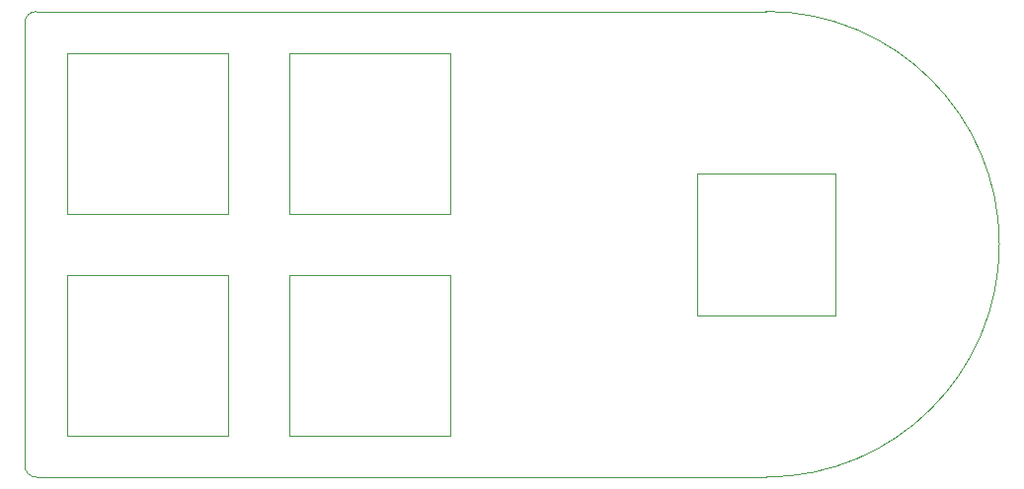
<source format=gm1>
%TF.GenerationSoftware,KiCad,Pcbnew,(5.1.9)-1*%
%TF.CreationDate,2021-11-30T13:34:52+01:00*%
%TF.ProjectId,Little_Big_Scroll_4KEY,4c697474-6c65-45f4-9269-675f5363726f,v1.0*%
%TF.SameCoordinates,Original*%
%TF.FileFunction,Profile,NP*%
%FSLAX46Y46*%
G04 Gerber Fmt 4.6, Leading zero omitted, Abs format (unit mm)*
G04 Created by KiCad (PCBNEW (5.1.9)-1) date 2021-11-30 13:34:52*
%MOMM*%
%LPD*%
G01*
G04 APERTURE LIST*
%TA.AperFunction,Profile*%
%ADD10C,0.050000*%
%TD*%
%TA.AperFunction,Profile*%
%ADD11C,0.120000*%
%TD*%
%TA.AperFunction,Profile*%
%ADD12C,0.100000*%
%TD*%
G04 APERTURE END LIST*
D10*
X155805000Y-92560000D02*
G75*
G02*
X156805000Y-91560000I1000000J0D01*
G01*
X156805000Y-131550000D02*
G75*
G02*
X155805000Y-130550000I0J1000000D01*
G01*
X219380000Y-91560000D02*
G75*
G02*
X219380000Y-131550000I0J-19995000D01*
G01*
X155805000Y-92560000D02*
X155805000Y-130550000D01*
X156805000Y-131550000D02*
X219380000Y-131550000D01*
X156805000Y-91560000D02*
X219380000Y-91560000D01*
D11*
X213480000Y-105455000D02*
X225280000Y-105455000D01*
X213480000Y-117655000D02*
X225280000Y-117655000D01*
X213480000Y-105455000D02*
X213480000Y-117655000D01*
X225280000Y-105455000D02*
X225280000Y-117655000D01*
D12*
X178480000Y-127980000D02*
X192280000Y-127980000D01*
X192280000Y-114180000D02*
X178480000Y-114180000D01*
X178480000Y-114180000D02*
X178480000Y-127980000D01*
X192280000Y-127980000D02*
X192280000Y-114180000D01*
X159430000Y-127980000D02*
X173230000Y-127980000D01*
X173230000Y-114180000D02*
X159430000Y-114180000D01*
X159430000Y-114180000D02*
X159430000Y-127980000D01*
X173230000Y-127980000D02*
X173230000Y-114180000D01*
X178480000Y-108930000D02*
X192280000Y-108930000D01*
X192280000Y-95130000D02*
X178480000Y-95130000D01*
X178480000Y-95130000D02*
X178480000Y-108930000D01*
X192280000Y-108930000D02*
X192280000Y-95130000D01*
X159430000Y-108930000D02*
X173230000Y-108930000D01*
X173230000Y-95130000D02*
X159430000Y-95130000D01*
X159430000Y-95130000D02*
X159430000Y-108930000D01*
X173230000Y-108930000D02*
X173230000Y-95130000D01*
M02*

</source>
